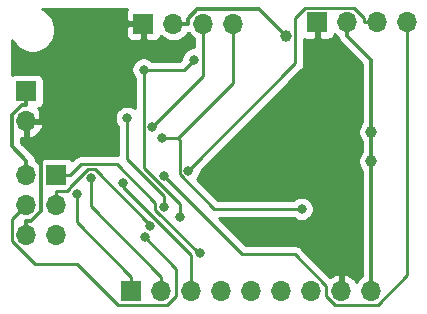
<source format=gbr>
G04 #@! TF.GenerationSoftware,KiCad,Pcbnew,(5.1.4)-1*
G04 #@! TF.CreationDate,2019-10-17T13:45:54+02:00*
G04 #@! TF.ProjectId,Project3_ArduinoClone,50726f6a-6563-4743-935f-41726475696e,v1*
G04 #@! TF.SameCoordinates,Original*
G04 #@! TF.FileFunction,Copper,L2,Bot*
G04 #@! TF.FilePolarity,Positive*
%FSLAX46Y46*%
G04 Gerber Fmt 4.6, Leading zero omitted, Abs format (unit mm)*
G04 Created by KiCad (PCBNEW (5.1.4)-1) date 2019-10-17 13:45:54*
%MOMM*%
%LPD*%
G04 APERTURE LIST*
%ADD10R,1.700000X1.700000*%
%ADD11O,1.700000X1.700000*%
%ADD12C,1.000000*%
%ADD13C,0.800000*%
%ADD14C,0.300000*%
%ADD15C,0.250000*%
%ADD16C,0.254000*%
G04 APERTURE END LIST*
D10*
X79502000Y-127762000D03*
D11*
X79502000Y-130302000D03*
D10*
X104140000Y-121920000D03*
D11*
X106680000Y-121920000D03*
X109220000Y-121920000D03*
X111760000Y-121920000D03*
D10*
X88392000Y-144653000D03*
D11*
X90932000Y-144653000D03*
X93472000Y-144653000D03*
X96012000Y-144653000D03*
X98552000Y-144653000D03*
X101092000Y-144653000D03*
X103632000Y-144653000D03*
X106172000Y-144653000D03*
X108712000Y-144653000D03*
D10*
X82042000Y-134874000D03*
D11*
X79502000Y-134874000D03*
X82042000Y-137414000D03*
X79502000Y-137414000D03*
X82042000Y-139954000D03*
X79502000Y-139954000D03*
X97028000Y-122047000D03*
X94488000Y-122047000D03*
X91948000Y-122047000D03*
D10*
X89408000Y-122047000D03*
D12*
X108712000Y-133704000D03*
X108712000Y-131206000D03*
X101444800Y-123120300D03*
X107126800Y-131025300D03*
X100514200Y-130487600D03*
D13*
X88013900Y-130033300D03*
X91149500Y-137532600D03*
X92500600Y-138384700D03*
X93658100Y-125086100D03*
X89420400Y-125938600D03*
X89959100Y-139163300D03*
X93213000Y-134478400D03*
X91121800Y-134901200D03*
X83771800Y-136428100D03*
X84963600Y-135129300D03*
X87702200Y-135540400D03*
X94240100Y-141487000D03*
X89510600Y-140136400D03*
X90951000Y-131734700D03*
X102806800Y-137732100D03*
X90145800Y-130791800D03*
D14*
X108712000Y-133704000D02*
X108712000Y-131206000D01*
X108712000Y-144653000D02*
X108712000Y-133704000D01*
X108712000Y-131206000D02*
X108712000Y-125152300D01*
X108712000Y-125152300D02*
X106680000Y-123120300D01*
X93148300Y-122047000D02*
X93148300Y-121673900D01*
X93148300Y-121673900D02*
X93984900Y-120837300D01*
X93984900Y-120837300D02*
X99161800Y-120837300D01*
X99161800Y-120837300D02*
X101444800Y-123120300D01*
X91948000Y-122047000D02*
X93148300Y-122047000D01*
X79502000Y-133673700D02*
X79502000Y-133635000D01*
X79502000Y-133635000D02*
X78301700Y-132434700D01*
X78301700Y-132434700D02*
X78301700Y-129787400D01*
X78301700Y-129787400D02*
X79126800Y-128962300D01*
X79126800Y-128962300D02*
X79502000Y-128962300D01*
X106680000Y-121920000D02*
X106680000Y-123120300D01*
X79502000Y-127762000D02*
X79502000Y-128962300D01*
X79502000Y-134874000D02*
X79502000Y-133673700D01*
X105720200Y-132431900D02*
X106172000Y-132883700D01*
X106172000Y-132883700D02*
X106172000Y-144653000D01*
X103775900Y-130487600D02*
X105720200Y-132431900D01*
X105720200Y-132431900D02*
X107126800Y-131025300D01*
X103775900Y-130487600D02*
X100514200Y-130487600D01*
X104140000Y-123120300D02*
X104140000Y-130123500D01*
X104140000Y-130123500D02*
X103775900Y-130487600D01*
X104140000Y-121920000D02*
X104140000Y-123120300D01*
X79502000Y-130302000D02*
X80702300Y-130302000D01*
X89408000Y-122047000D02*
X88207700Y-122047000D01*
X88207700Y-122047000D02*
X80702300Y-129552400D01*
X80702300Y-129552400D02*
X80702300Y-130302000D01*
X79502000Y-130302000D02*
X79502000Y-131502300D01*
X79502000Y-139954000D02*
X79502000Y-138753700D01*
X79502000Y-138753700D02*
X79877100Y-138753700D01*
X79877100Y-138753700D02*
X80702800Y-137928000D01*
X80702800Y-137928000D02*
X80702800Y-132703100D01*
X80702800Y-132703100D02*
X79502000Y-131502300D01*
D15*
X91149500Y-137532600D02*
X91149500Y-136675900D01*
X91149500Y-136675900D02*
X88013900Y-133540300D01*
X88013900Y-133540300D02*
X88013900Y-130033300D01*
X89420400Y-125938600D02*
X89420400Y-134225500D01*
X89420400Y-134225500D02*
X92500600Y-137305700D01*
X92500600Y-137305700D02*
X92500600Y-138384700D01*
X93658100Y-125086100D02*
X92805600Y-125938600D01*
X92805600Y-125938600D02*
X89420400Y-125938600D01*
X82042000Y-137414000D02*
X82042000Y-136238700D01*
X89959100Y-139163300D02*
X89959100Y-139050600D01*
X89959100Y-139050600D02*
X85288000Y-134379500D01*
X85288000Y-134379500D02*
X84680700Y-134379500D01*
X84680700Y-134379500D02*
X83217300Y-135842900D01*
X83217300Y-135842900D02*
X83217300Y-135942000D01*
X83217300Y-135942000D02*
X82920600Y-136238700D01*
X82920600Y-136238700D02*
X82042000Y-136238700D01*
X108044700Y-121920000D02*
X108044700Y-121552600D01*
X108044700Y-121552600D02*
X107236800Y-120744700D01*
X107236800Y-120744700D02*
X103082300Y-120744700D01*
X103082300Y-120744700D02*
X102275000Y-121552000D01*
X102275000Y-121552000D02*
X102275000Y-125416400D01*
X102275000Y-125416400D02*
X93213000Y-134478400D01*
X109220000Y-121920000D02*
X108044700Y-121920000D01*
X91121800Y-134901200D02*
X97763300Y-141542700D01*
X97763300Y-141542700D02*
X102206400Y-141542700D01*
X102206400Y-141542700D02*
X104902000Y-144238300D01*
X104902000Y-144238300D02*
X104902000Y-145132800D01*
X104902000Y-145132800D02*
X105635200Y-145866000D01*
X105635200Y-145866000D02*
X109232700Y-145866000D01*
X109232700Y-145866000D02*
X111760000Y-143338700D01*
X111760000Y-143338700D02*
X111760000Y-121920000D01*
X88392000Y-144653000D02*
X88392000Y-143477700D01*
X88392000Y-143477700D02*
X83771800Y-138857500D01*
X83771800Y-138857500D02*
X83771800Y-136428100D01*
X90932000Y-144653000D02*
X90932000Y-143477700D01*
X90932000Y-143477700D02*
X84963600Y-137509300D01*
X84963600Y-137509300D02*
X84963600Y-135129300D01*
X93472000Y-143477700D02*
X93472000Y-141650400D01*
X93472000Y-141650400D02*
X87702300Y-135880700D01*
X87702300Y-135880700D02*
X87702200Y-135880700D01*
X87702200Y-135880700D02*
X87702200Y-135540400D01*
X93472000Y-144653000D02*
X93472000Y-143477700D01*
X83217300Y-134874000D02*
X84162100Y-133929200D01*
X84162100Y-133929200D02*
X87163400Y-133929200D01*
X87163400Y-133929200D02*
X90424200Y-137190000D01*
X90424200Y-137190000D02*
X90424200Y-137833000D01*
X90424200Y-137833000D02*
X94078200Y-141487000D01*
X94078200Y-141487000D02*
X94240100Y-141487000D01*
X82042000Y-134874000D02*
X83217300Y-134874000D01*
X79502000Y-137414000D02*
X78303900Y-138612100D01*
X78303900Y-138612100D02*
X78303900Y-140433300D01*
X78303900Y-140433300D02*
X80258200Y-142387600D01*
X80258200Y-142387600D02*
X83775800Y-142387600D01*
X83775800Y-142387600D02*
X87216600Y-145828400D01*
X87216600Y-145828400D02*
X91435800Y-145828400D01*
X91435800Y-145828400D02*
X92202000Y-145062200D01*
X92202000Y-145062200D02*
X92202000Y-142827800D01*
X92202000Y-142827800D02*
X89510600Y-140136400D01*
X92347200Y-131728900D02*
X90956800Y-131728900D01*
X90956800Y-131728900D02*
X90951000Y-131734700D01*
X92347200Y-131728900D02*
X97028000Y-127048100D01*
X97028000Y-127048100D02*
X97028000Y-122047000D01*
X102806800Y-137732100D02*
X95410500Y-137732100D01*
X95410500Y-137732100D02*
X92487600Y-134809200D01*
X92487600Y-134809200D02*
X92487600Y-131869300D01*
X92487600Y-131869300D02*
X92347200Y-131728900D01*
X94488000Y-123222300D02*
X94488000Y-126449600D01*
X94488000Y-126449600D02*
X90145800Y-130791800D01*
X94488000Y-122047000D02*
X94488000Y-123222300D01*
D16*
G36*
X104267000Y-121793000D02*
G01*
X104287000Y-121793000D01*
X104287000Y-122047000D01*
X104267000Y-122047000D01*
X104267000Y-123246250D01*
X104425750Y-123405000D01*
X104990000Y-123408072D01*
X105114482Y-123395812D01*
X105234180Y-123359502D01*
X105344494Y-123300537D01*
X105441185Y-123221185D01*
X105520537Y-123124494D01*
X105579502Y-123014180D01*
X105600393Y-122945313D01*
X105624866Y-122975134D01*
X105850986Y-123160706D01*
X105897638Y-123185642D01*
X105906359Y-123274186D01*
X105951246Y-123422159D01*
X105951247Y-123422160D01*
X106024139Y-123558533D01*
X106064690Y-123607944D01*
X106097655Y-123648112D01*
X106097659Y-123648116D01*
X106122237Y-123678064D01*
X106152185Y-123702642D01*
X107927001Y-125477459D01*
X107927000Y-130385868D01*
X107830388Y-130482480D01*
X107706176Y-130668376D01*
X107620617Y-130874933D01*
X107577000Y-131094212D01*
X107577000Y-131317788D01*
X107620617Y-131537067D01*
X107706176Y-131743624D01*
X107830388Y-131929520D01*
X107927001Y-132026133D01*
X107927000Y-132883868D01*
X107830388Y-132980480D01*
X107706176Y-133166376D01*
X107620617Y-133372933D01*
X107577000Y-133592212D01*
X107577000Y-133815788D01*
X107620617Y-134035067D01*
X107706176Y-134241624D01*
X107830388Y-134427520D01*
X107927001Y-134524133D01*
X107927000Y-143388768D01*
X107882986Y-143412294D01*
X107656866Y-143597866D01*
X107471294Y-143823986D01*
X107436799Y-143888523D01*
X107367178Y-143771645D01*
X107172269Y-143555412D01*
X106938920Y-143381359D01*
X106676099Y-143256175D01*
X106528890Y-143211524D01*
X106299000Y-143332845D01*
X106299000Y-144526000D01*
X106319000Y-144526000D01*
X106319000Y-144780000D01*
X106299000Y-144780000D01*
X106299000Y-144800000D01*
X106045000Y-144800000D01*
X106045000Y-144780000D01*
X106025000Y-144780000D01*
X106025000Y-144526000D01*
X106045000Y-144526000D01*
X106045000Y-143332845D01*
X105815110Y-143211524D01*
X105667901Y-143256175D01*
X105405080Y-143381359D01*
X105241714Y-143503212D01*
X102770204Y-141031703D01*
X102746401Y-141002699D01*
X102630676Y-140907726D01*
X102498647Y-140837154D01*
X102355386Y-140793697D01*
X102243733Y-140782700D01*
X102243722Y-140782700D01*
X102206400Y-140779024D01*
X102169078Y-140782700D01*
X98078103Y-140782700D01*
X95787502Y-138492100D01*
X102103089Y-138492100D01*
X102147026Y-138536037D01*
X102316544Y-138649305D01*
X102504902Y-138727326D01*
X102704861Y-138767100D01*
X102908739Y-138767100D01*
X103108698Y-138727326D01*
X103297056Y-138649305D01*
X103466574Y-138536037D01*
X103610737Y-138391874D01*
X103724005Y-138222356D01*
X103802026Y-138033998D01*
X103841800Y-137834039D01*
X103841800Y-137630161D01*
X103802026Y-137430202D01*
X103724005Y-137241844D01*
X103610737Y-137072326D01*
X103466574Y-136928163D01*
X103297056Y-136814895D01*
X103108698Y-136736874D01*
X102908739Y-136697100D01*
X102704861Y-136697100D01*
X102504902Y-136736874D01*
X102316544Y-136814895D01*
X102147026Y-136928163D01*
X102103089Y-136972100D01*
X95725302Y-136972100D01*
X93954156Y-135200955D01*
X94016937Y-135138174D01*
X94130205Y-134968656D01*
X94208226Y-134780298D01*
X94248000Y-134580339D01*
X94248000Y-134518201D01*
X102786003Y-125980199D01*
X102815001Y-125956401D01*
X102909974Y-125840676D01*
X102980546Y-125708647D01*
X103024003Y-125565386D01*
X103035000Y-125453733D01*
X103035000Y-125453724D01*
X103038676Y-125416401D01*
X103035000Y-125379078D01*
X103035000Y-123353718D01*
X103045820Y-123359502D01*
X103165518Y-123395812D01*
X103290000Y-123408072D01*
X103854250Y-123405000D01*
X104013000Y-123246250D01*
X104013000Y-122047000D01*
X103993000Y-122047000D01*
X103993000Y-121793000D01*
X104013000Y-121793000D01*
X104013000Y-121773000D01*
X104267000Y-121773000D01*
X104267000Y-121793000D01*
X104267000Y-121793000D01*
G37*
X104267000Y-121793000D02*
X104287000Y-121793000D01*
X104287000Y-122047000D01*
X104267000Y-122047000D01*
X104267000Y-123246250D01*
X104425750Y-123405000D01*
X104990000Y-123408072D01*
X105114482Y-123395812D01*
X105234180Y-123359502D01*
X105344494Y-123300537D01*
X105441185Y-123221185D01*
X105520537Y-123124494D01*
X105579502Y-123014180D01*
X105600393Y-122945313D01*
X105624866Y-122975134D01*
X105850986Y-123160706D01*
X105897638Y-123185642D01*
X105906359Y-123274186D01*
X105951246Y-123422159D01*
X105951247Y-123422160D01*
X106024139Y-123558533D01*
X106064690Y-123607944D01*
X106097655Y-123648112D01*
X106097659Y-123648116D01*
X106122237Y-123678064D01*
X106152185Y-123702642D01*
X107927001Y-125477459D01*
X107927000Y-130385868D01*
X107830388Y-130482480D01*
X107706176Y-130668376D01*
X107620617Y-130874933D01*
X107577000Y-131094212D01*
X107577000Y-131317788D01*
X107620617Y-131537067D01*
X107706176Y-131743624D01*
X107830388Y-131929520D01*
X107927001Y-132026133D01*
X107927000Y-132883868D01*
X107830388Y-132980480D01*
X107706176Y-133166376D01*
X107620617Y-133372933D01*
X107577000Y-133592212D01*
X107577000Y-133815788D01*
X107620617Y-134035067D01*
X107706176Y-134241624D01*
X107830388Y-134427520D01*
X107927001Y-134524133D01*
X107927000Y-143388768D01*
X107882986Y-143412294D01*
X107656866Y-143597866D01*
X107471294Y-143823986D01*
X107436799Y-143888523D01*
X107367178Y-143771645D01*
X107172269Y-143555412D01*
X106938920Y-143381359D01*
X106676099Y-143256175D01*
X106528890Y-143211524D01*
X106299000Y-143332845D01*
X106299000Y-144526000D01*
X106319000Y-144526000D01*
X106319000Y-144780000D01*
X106299000Y-144780000D01*
X106299000Y-144800000D01*
X106045000Y-144800000D01*
X106045000Y-144780000D01*
X106025000Y-144780000D01*
X106025000Y-144526000D01*
X106045000Y-144526000D01*
X106045000Y-143332845D01*
X105815110Y-143211524D01*
X105667901Y-143256175D01*
X105405080Y-143381359D01*
X105241714Y-143503212D01*
X102770204Y-141031703D01*
X102746401Y-141002699D01*
X102630676Y-140907726D01*
X102498647Y-140837154D01*
X102355386Y-140793697D01*
X102243733Y-140782700D01*
X102243722Y-140782700D01*
X102206400Y-140779024D01*
X102169078Y-140782700D01*
X98078103Y-140782700D01*
X95787502Y-138492100D01*
X102103089Y-138492100D01*
X102147026Y-138536037D01*
X102316544Y-138649305D01*
X102504902Y-138727326D01*
X102704861Y-138767100D01*
X102908739Y-138767100D01*
X103108698Y-138727326D01*
X103297056Y-138649305D01*
X103466574Y-138536037D01*
X103610737Y-138391874D01*
X103724005Y-138222356D01*
X103802026Y-138033998D01*
X103841800Y-137834039D01*
X103841800Y-137630161D01*
X103802026Y-137430202D01*
X103724005Y-137241844D01*
X103610737Y-137072326D01*
X103466574Y-136928163D01*
X103297056Y-136814895D01*
X103108698Y-136736874D01*
X102908739Y-136697100D01*
X102704861Y-136697100D01*
X102504902Y-136736874D01*
X102316544Y-136814895D01*
X102147026Y-136928163D01*
X102103089Y-136972100D01*
X95725302Y-136972100D01*
X93954156Y-135200955D01*
X94016937Y-135138174D01*
X94130205Y-134968656D01*
X94208226Y-134780298D01*
X94248000Y-134580339D01*
X94248000Y-134518201D01*
X102786003Y-125980199D01*
X102815001Y-125956401D01*
X102909974Y-125840676D01*
X102980546Y-125708647D01*
X103024003Y-125565386D01*
X103035000Y-125453733D01*
X103035000Y-125453724D01*
X103038676Y-125416401D01*
X103035000Y-125379078D01*
X103035000Y-123353718D01*
X103045820Y-123359502D01*
X103165518Y-123395812D01*
X103290000Y-123408072D01*
X103854250Y-123405000D01*
X104013000Y-123246250D01*
X104013000Y-122047000D01*
X103993000Y-122047000D01*
X103993000Y-121793000D01*
X104013000Y-121793000D01*
X104013000Y-121773000D01*
X104267000Y-121773000D01*
X104267000Y-121793000D01*
G36*
X79629000Y-139827000D02*
G01*
X79649000Y-139827000D01*
X79649000Y-140081000D01*
X79629000Y-140081000D01*
X79629000Y-140101000D01*
X79375000Y-140101000D01*
X79375000Y-140081000D01*
X79355000Y-140081000D01*
X79355000Y-139827000D01*
X79375000Y-139827000D01*
X79375000Y-139807000D01*
X79629000Y-139807000D01*
X79629000Y-139827000D01*
X79629000Y-139827000D01*
G37*
X79629000Y-139827000D02*
X79649000Y-139827000D01*
X79649000Y-140081000D01*
X79629000Y-140081000D01*
X79629000Y-140101000D01*
X79375000Y-140101000D01*
X79375000Y-140081000D01*
X79355000Y-140081000D01*
X79355000Y-139827000D01*
X79375000Y-139827000D01*
X79375000Y-139807000D01*
X79629000Y-139807000D01*
X79629000Y-139827000D01*
G36*
X88027463Y-120842506D02*
G01*
X87968498Y-120952820D01*
X87932188Y-121072518D01*
X87919928Y-121197000D01*
X87923000Y-121761250D01*
X88081750Y-121920000D01*
X89281000Y-121920000D01*
X89281000Y-121900000D01*
X89535000Y-121900000D01*
X89535000Y-121920000D01*
X89555000Y-121920000D01*
X89555000Y-122174000D01*
X89535000Y-122174000D01*
X89535000Y-123373250D01*
X89693750Y-123532000D01*
X90258000Y-123535072D01*
X90382482Y-123522812D01*
X90502180Y-123486502D01*
X90612494Y-123427537D01*
X90709185Y-123348185D01*
X90788537Y-123251494D01*
X90847502Y-123141180D01*
X90868393Y-123072313D01*
X90892866Y-123102134D01*
X91118986Y-123287706D01*
X91376966Y-123425599D01*
X91656889Y-123510513D01*
X91875050Y-123532000D01*
X92020950Y-123532000D01*
X92239111Y-123510513D01*
X92519034Y-123425599D01*
X92777014Y-123287706D01*
X93003134Y-123102134D01*
X93188706Y-122876014D01*
X93213642Y-122829362D01*
X93221922Y-122828547D01*
X93247294Y-122876014D01*
X93432866Y-123102134D01*
X93658986Y-123287706D01*
X93728000Y-123324595D01*
X93728000Y-124051100D01*
X93556161Y-124051100D01*
X93356202Y-124090874D01*
X93167844Y-124168895D01*
X92998326Y-124282163D01*
X92854163Y-124426326D01*
X92740895Y-124595844D01*
X92662874Y-124784202D01*
X92623100Y-124984161D01*
X92623100Y-125046299D01*
X92490799Y-125178600D01*
X90124111Y-125178600D01*
X90080174Y-125134663D01*
X89910656Y-125021395D01*
X89722298Y-124943374D01*
X89522339Y-124903600D01*
X89318461Y-124903600D01*
X89118502Y-124943374D01*
X88930144Y-125021395D01*
X88760626Y-125134663D01*
X88616463Y-125278826D01*
X88503195Y-125448344D01*
X88425174Y-125636702D01*
X88385400Y-125836661D01*
X88385400Y-126040539D01*
X88425174Y-126240498D01*
X88503195Y-126428856D01*
X88616463Y-126598374D01*
X88660400Y-126642311D01*
X88660400Y-129220494D01*
X88504156Y-129116095D01*
X88315798Y-129038074D01*
X88115839Y-128998300D01*
X87911961Y-128998300D01*
X87712002Y-129038074D01*
X87523644Y-129116095D01*
X87354126Y-129229363D01*
X87209963Y-129373526D01*
X87096695Y-129543044D01*
X87018674Y-129731402D01*
X86978900Y-129931361D01*
X86978900Y-130135239D01*
X87018674Y-130335198D01*
X87096695Y-130523556D01*
X87209963Y-130693074D01*
X87253901Y-130737012D01*
X87253900Y-133174437D01*
X87200733Y-133169200D01*
X87200722Y-133169200D01*
X87163400Y-133165524D01*
X87126078Y-133169200D01*
X84199423Y-133169200D01*
X84162100Y-133165524D01*
X84124777Y-133169200D01*
X84124767Y-133169200D01*
X84013114Y-133180197D01*
X83870367Y-133223498D01*
X83869853Y-133223654D01*
X83737823Y-133294226D01*
X83654183Y-133362868D01*
X83622099Y-133389199D01*
X83598301Y-133418197D01*
X83388485Y-133628013D01*
X83343185Y-133572815D01*
X83246494Y-133493463D01*
X83136180Y-133434498D01*
X83016482Y-133398188D01*
X82892000Y-133385928D01*
X81192000Y-133385928D01*
X81067518Y-133398188D01*
X80947820Y-133434498D01*
X80837506Y-133493463D01*
X80740815Y-133572815D01*
X80661463Y-133669506D01*
X80602498Y-133779820D01*
X80581607Y-133848687D01*
X80557134Y-133818866D01*
X80331014Y-133633294D01*
X80288385Y-133610508D01*
X80287000Y-133596439D01*
X80279453Y-133519813D01*
X80275642Y-133481113D01*
X80230754Y-133333140D01*
X80194742Y-133265767D01*
X80157862Y-133196768D01*
X80059764Y-133077236D01*
X80029810Y-133052653D01*
X79086700Y-132109543D01*
X79086700Y-131722762D01*
X79145109Y-131743481D01*
X79375000Y-131622814D01*
X79375000Y-130429000D01*
X79629000Y-130429000D01*
X79629000Y-131622814D01*
X79858891Y-131743481D01*
X80133252Y-131646157D01*
X80383355Y-131497178D01*
X80599588Y-131302269D01*
X80773641Y-131068920D01*
X80898825Y-130806099D01*
X80943476Y-130658890D01*
X80822155Y-130429000D01*
X79629000Y-130429000D01*
X79375000Y-130429000D01*
X79355000Y-130429000D01*
X79355000Y-130175000D01*
X79375000Y-130175000D01*
X79375000Y-130155000D01*
X79629000Y-130155000D01*
X79629000Y-130175000D01*
X80822155Y-130175000D01*
X80943476Y-129945110D01*
X80898825Y-129797901D01*
X80773641Y-129535080D01*
X80599588Y-129301731D01*
X80515534Y-129225966D01*
X80596180Y-129201502D01*
X80706494Y-129142537D01*
X80803185Y-129063185D01*
X80882537Y-128966494D01*
X80941502Y-128856180D01*
X80977812Y-128736482D01*
X80990072Y-128612000D01*
X80990072Y-126912000D01*
X80977812Y-126787518D01*
X80941502Y-126667820D01*
X80882537Y-126557506D01*
X80803185Y-126460815D01*
X80706494Y-126381463D01*
X80596180Y-126322498D01*
X80476482Y-126286188D01*
X80352000Y-126273928D01*
X78652000Y-126273928D01*
X78527518Y-126286188D01*
X78407820Y-126322498D01*
X78297506Y-126381463D01*
X78257000Y-126414705D01*
X78257000Y-123393942D01*
X78290254Y-123474224D01*
X78502630Y-123792067D01*
X78772933Y-124062370D01*
X79090776Y-124274746D01*
X79443945Y-124421034D01*
X79818867Y-124495610D01*
X80201133Y-124495610D01*
X80576055Y-124421034D01*
X80929224Y-124274746D01*
X81247067Y-124062370D01*
X81517370Y-123792067D01*
X81729746Y-123474224D01*
X81876034Y-123121055D01*
X81920600Y-122897000D01*
X87919928Y-122897000D01*
X87932188Y-123021482D01*
X87968498Y-123141180D01*
X88027463Y-123251494D01*
X88106815Y-123348185D01*
X88203506Y-123427537D01*
X88313820Y-123486502D01*
X88433518Y-123522812D01*
X88558000Y-123535072D01*
X89122250Y-123532000D01*
X89281000Y-123373250D01*
X89281000Y-122174000D01*
X88081750Y-122174000D01*
X87923000Y-122332750D01*
X87919928Y-122897000D01*
X81920600Y-122897000D01*
X81950610Y-122746133D01*
X81950610Y-122363867D01*
X81876034Y-121988945D01*
X81729746Y-121635776D01*
X81517370Y-121317933D01*
X81247067Y-121047630D01*
X80929224Y-120835254D01*
X80848942Y-120802000D01*
X88060705Y-120802000D01*
X88027463Y-120842506D01*
X88027463Y-120842506D01*
G37*
X88027463Y-120842506D02*
X87968498Y-120952820D01*
X87932188Y-121072518D01*
X87919928Y-121197000D01*
X87923000Y-121761250D01*
X88081750Y-121920000D01*
X89281000Y-121920000D01*
X89281000Y-121900000D01*
X89535000Y-121900000D01*
X89535000Y-121920000D01*
X89555000Y-121920000D01*
X89555000Y-122174000D01*
X89535000Y-122174000D01*
X89535000Y-123373250D01*
X89693750Y-123532000D01*
X90258000Y-123535072D01*
X90382482Y-123522812D01*
X90502180Y-123486502D01*
X90612494Y-123427537D01*
X90709185Y-123348185D01*
X90788537Y-123251494D01*
X90847502Y-123141180D01*
X90868393Y-123072313D01*
X90892866Y-123102134D01*
X91118986Y-123287706D01*
X91376966Y-123425599D01*
X91656889Y-123510513D01*
X91875050Y-123532000D01*
X92020950Y-123532000D01*
X92239111Y-123510513D01*
X92519034Y-123425599D01*
X92777014Y-123287706D01*
X93003134Y-123102134D01*
X93188706Y-122876014D01*
X93213642Y-122829362D01*
X93221922Y-122828547D01*
X93247294Y-122876014D01*
X93432866Y-123102134D01*
X93658986Y-123287706D01*
X93728000Y-123324595D01*
X93728000Y-124051100D01*
X93556161Y-124051100D01*
X93356202Y-124090874D01*
X93167844Y-124168895D01*
X92998326Y-124282163D01*
X92854163Y-124426326D01*
X92740895Y-124595844D01*
X92662874Y-124784202D01*
X92623100Y-124984161D01*
X92623100Y-125046299D01*
X92490799Y-125178600D01*
X90124111Y-125178600D01*
X90080174Y-125134663D01*
X89910656Y-125021395D01*
X89722298Y-124943374D01*
X89522339Y-124903600D01*
X89318461Y-124903600D01*
X89118502Y-124943374D01*
X88930144Y-125021395D01*
X88760626Y-125134663D01*
X88616463Y-125278826D01*
X88503195Y-125448344D01*
X88425174Y-125636702D01*
X88385400Y-125836661D01*
X88385400Y-126040539D01*
X88425174Y-126240498D01*
X88503195Y-126428856D01*
X88616463Y-126598374D01*
X88660400Y-126642311D01*
X88660400Y-129220494D01*
X88504156Y-129116095D01*
X88315798Y-129038074D01*
X88115839Y-128998300D01*
X87911961Y-128998300D01*
X87712002Y-129038074D01*
X87523644Y-129116095D01*
X87354126Y-129229363D01*
X87209963Y-129373526D01*
X87096695Y-129543044D01*
X87018674Y-129731402D01*
X86978900Y-129931361D01*
X86978900Y-130135239D01*
X87018674Y-130335198D01*
X87096695Y-130523556D01*
X87209963Y-130693074D01*
X87253901Y-130737012D01*
X87253900Y-133174437D01*
X87200733Y-133169200D01*
X87200722Y-133169200D01*
X87163400Y-133165524D01*
X87126078Y-133169200D01*
X84199423Y-133169200D01*
X84162100Y-133165524D01*
X84124777Y-133169200D01*
X84124767Y-133169200D01*
X84013114Y-133180197D01*
X83870367Y-133223498D01*
X83869853Y-133223654D01*
X83737823Y-133294226D01*
X83654183Y-133362868D01*
X83622099Y-133389199D01*
X83598301Y-133418197D01*
X83388485Y-133628013D01*
X83343185Y-133572815D01*
X83246494Y-133493463D01*
X83136180Y-133434498D01*
X83016482Y-133398188D01*
X82892000Y-133385928D01*
X81192000Y-133385928D01*
X81067518Y-133398188D01*
X80947820Y-133434498D01*
X80837506Y-133493463D01*
X80740815Y-133572815D01*
X80661463Y-133669506D01*
X80602498Y-133779820D01*
X80581607Y-133848687D01*
X80557134Y-133818866D01*
X80331014Y-133633294D01*
X80288385Y-133610508D01*
X80287000Y-133596439D01*
X80279453Y-133519813D01*
X80275642Y-133481113D01*
X80230754Y-133333140D01*
X80194742Y-133265767D01*
X80157862Y-133196768D01*
X80059764Y-133077236D01*
X80029810Y-133052653D01*
X79086700Y-132109543D01*
X79086700Y-131722762D01*
X79145109Y-131743481D01*
X79375000Y-131622814D01*
X79375000Y-130429000D01*
X79629000Y-130429000D01*
X79629000Y-131622814D01*
X79858891Y-131743481D01*
X80133252Y-131646157D01*
X80383355Y-131497178D01*
X80599588Y-131302269D01*
X80773641Y-131068920D01*
X80898825Y-130806099D01*
X80943476Y-130658890D01*
X80822155Y-130429000D01*
X79629000Y-130429000D01*
X79375000Y-130429000D01*
X79355000Y-130429000D01*
X79355000Y-130175000D01*
X79375000Y-130175000D01*
X79375000Y-130155000D01*
X79629000Y-130155000D01*
X79629000Y-130175000D01*
X80822155Y-130175000D01*
X80943476Y-129945110D01*
X80898825Y-129797901D01*
X80773641Y-129535080D01*
X80599588Y-129301731D01*
X80515534Y-129225966D01*
X80596180Y-129201502D01*
X80706494Y-129142537D01*
X80803185Y-129063185D01*
X80882537Y-128966494D01*
X80941502Y-128856180D01*
X80977812Y-128736482D01*
X80990072Y-128612000D01*
X80990072Y-126912000D01*
X80977812Y-126787518D01*
X80941502Y-126667820D01*
X80882537Y-126557506D01*
X80803185Y-126460815D01*
X80706494Y-126381463D01*
X80596180Y-126322498D01*
X80476482Y-126286188D01*
X80352000Y-126273928D01*
X78652000Y-126273928D01*
X78527518Y-126286188D01*
X78407820Y-126322498D01*
X78297506Y-126381463D01*
X78257000Y-126414705D01*
X78257000Y-123393942D01*
X78290254Y-123474224D01*
X78502630Y-123792067D01*
X78772933Y-124062370D01*
X79090776Y-124274746D01*
X79443945Y-124421034D01*
X79818867Y-124495610D01*
X80201133Y-124495610D01*
X80576055Y-124421034D01*
X80929224Y-124274746D01*
X81247067Y-124062370D01*
X81517370Y-123792067D01*
X81729746Y-123474224D01*
X81876034Y-123121055D01*
X81920600Y-122897000D01*
X87919928Y-122897000D01*
X87932188Y-123021482D01*
X87968498Y-123141180D01*
X88027463Y-123251494D01*
X88106815Y-123348185D01*
X88203506Y-123427537D01*
X88313820Y-123486502D01*
X88433518Y-123522812D01*
X88558000Y-123535072D01*
X89122250Y-123532000D01*
X89281000Y-123373250D01*
X89281000Y-122174000D01*
X88081750Y-122174000D01*
X87923000Y-122332750D01*
X87919928Y-122897000D01*
X81920600Y-122897000D01*
X81950610Y-122746133D01*
X81950610Y-122363867D01*
X81876034Y-121988945D01*
X81729746Y-121635776D01*
X81517370Y-121317933D01*
X81247067Y-121047630D01*
X80929224Y-120835254D01*
X80848942Y-120802000D01*
X88060705Y-120802000D01*
X88027463Y-120842506D01*
M02*

</source>
